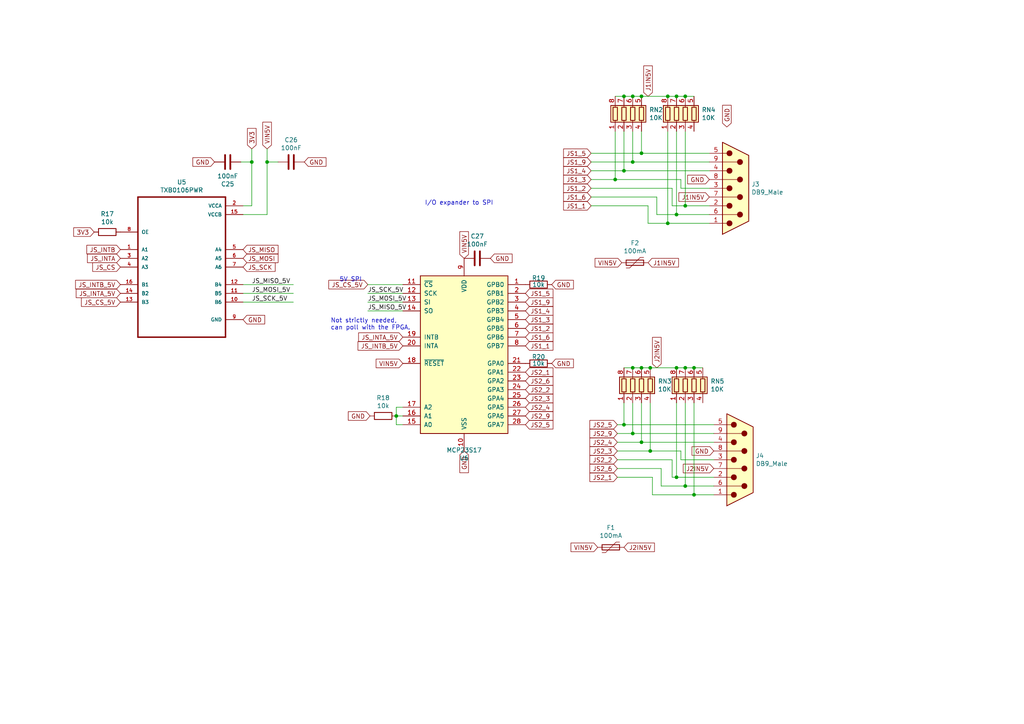
<source format=kicad_sch>
(kicad_sch (version 20211123) (generator eeschema)
  (paper "A4")
  (title_block (rev "0.1") (company "deFEEST"))
  (lib_symbols
    (symbol "Connector:DB9_Male" (pin_names (offset 1.016) hide)
      (property "Reference" "J" (at 0 13.97 0))
      (property "Value" "DB9_Male" (at 0 -14.605 0))
      (symbol "DB9_Male_0_1"
        (circle (center -1.778 -10.16) (radius 0.762) (fill (type outline)))
        (circle (center -1.778 -5.08) (radius 0.762) (fill (type outline)))
        (circle (center -1.778 0) (radius 0.762) (fill (type outline)))
        (circle (center -1.778 5.08) (radius 0.762) (fill (type outline)))
        (circle (center -1.778 10.16) (radius 0.762) (fill (type outline)))
        (polyline (pts (xy -3.81 -10.16) (xy -2.54 -10.16)))
        (polyline (pts (xy -3.81 -7.62) (xy 0.508 -7.62)))
        (polyline (pts (xy -3.81 -5.08) (xy -2.54 -5.08)))
        (polyline (pts (xy -3.81 -2.54) (xy 0.508 -2.54)))
        (polyline (pts (xy -3.81 0) (xy -2.54 0)))
        (polyline (pts (xy -3.81 2.54) (xy 0.508 2.54)))
        (polyline (pts (xy -3.81 5.08) (xy -2.54 5.08)))
        (polyline (pts (xy -3.81 7.62) (xy 0.508 7.62)))
        (polyline (pts (xy -3.81 10.16) (xy -2.54 10.16)))
        (polyline (pts (xy -3.81 -13.335) (xy -3.81 13.335) (xy 3.81 9.525) (xy 3.81 -9.525) (xy -3.81 -13.335)) (stroke (width 0.254)) (fill (type background)))
        (circle (center 1.27 -7.62) (radius 0.762) (fill (type outline)))
        (circle (center 1.27 -2.54) (radius 0.762) (fill (type outline)))
        (circle (center 1.27 2.54) (radius 0.762) (fill (type outline)))
        (circle (center 1.27 7.62) (radius 0.762) (fill (type outline)))
      )
      (symbol "DB9_Male_1_1"
        (pin passive line (at -7.62 -10.16 0) (length 3.81) (name "1") (number "1"))
        (pin passive line (at -7.62 -5.08 0) (length 3.81) (name "2") (number "2"))
        (pin passive line (at -7.62 0 0) (length 3.81) (name "3") (number "3"))
        (pin passive line (at -7.62 5.08 0) (length 3.81) (name "4") (number "4"))
        (pin passive line (at -7.62 10.16 0) (length 3.81) (name "5") (number "5"))
        (pin passive line (at -7.62 -7.62 0) (length 3.81) (name "6") (number "6"))
        (pin passive line (at -7.62 -2.54 0) (length 3.81) (name "7") (number "7"))
        (pin passive line (at -7.62 2.54 0) (length 3.81) (name "8") (number "8"))
        (pin passive line (at -7.62 7.62 0) (length 3.81) (name "9") (number "9"))
      )
    )
    (symbol "Device:C" (pin_numbers hide) (pin_names (offset 0.254))
      (property "Reference" "C" (at 0.635 2.54 0))
      (property "Value" "C" (at 0.635 -2.54 0))
      (symbol "C_0_1"
        (polyline (pts (xy -2.032 -0.762) (xy 2.032 -0.762)) (stroke (width 0.508)))
        (polyline (pts (xy -2.032 0.762) (xy 2.032 0.762)) (stroke (width 0.508)))
      )
      (symbol "C_1_1"
        (pin passive line (at 0 3.81 270) (length 2.794) (name "~") (number "1"))
        (pin passive line (at 0 -3.81 90) (length 2.794) (name "~") (number "2"))
      )
    )
    (symbol "Device:Polyfuse" (pin_numbers hide) (pin_names (offset 0))
      (property "Reference" "F" (at -2.54 0 90))
      (property "Value" "Polyfuse" (at 2.54 0 90))
      (symbol "Polyfuse_0_1"
        (rectangle (start -0.762 2.54) (end 0.762 -2.54) (stroke (width 0.254)))
        (polyline (pts (xy 0 2.54) (xy 0 -2.54)))
        (polyline (pts (xy -1.524 2.54) (xy -1.524 1.524) (xy 1.524 -1.524) (xy 1.524 -2.54)))
      )
      (symbol "Polyfuse_1_1"
        (pin passive line (at 0 3.81 270) (length 1.27) (name "~") (number "1"))
        (pin passive line (at 0 -3.81 90) (length 1.27) (name "~") (number "2"))
      )
    )
    (symbol "Device:R" (pin_numbers hide) (pin_names (offset 0))
      (property "Reference" "R" (at 2.032 0 90))
      (property "Value" "R" (at 0 0 90))
      (symbol "R_0_1"
        (rectangle (start -1.016 -2.54) (end 1.016 2.54) (stroke (width 0.254)))
      )
      (symbol "R_1_1"
        (pin passive line (at 0 3.81 270) (length 1.27) (name "~") (number "1"))
        (pin passive line (at 0 -3.81 90) (length 1.27) (name "~") (number "2"))
      )
    )
    (symbol "Device:R_Pack04" (pin_names (offset 0) hide)
      (property "Reference" "RN" (at -7.62 0 90))
      (property "Value" "R_Pack04" (at 5.08 0 90))
      (symbol "R_Pack04_0_1"
        (rectangle (start -6.35 -2.413) (end 3.81 2.413) (stroke (width 0.254)) (fill (type background)))
        (rectangle (start -5.715 1.905) (end -4.445 -1.905) (stroke (width 0.254)))
        (rectangle (start -3.175 1.905) (end -1.905 -1.905) (stroke (width 0.254)))
        (rectangle (start -0.635 1.905) (end 0.635 -1.905) (stroke (width 0.254)))
        (polyline (pts (xy -5.08 -2.54) (xy -5.08 -1.905)))
        (polyline (pts (xy -5.08 1.905) (xy -5.08 2.54)))
        (polyline (pts (xy -2.54 -2.54) (xy -2.54 -1.905)))
        (polyline (pts (xy -2.54 1.905) (xy -2.54 2.54)))
        (polyline (pts (xy 0 -2.54) (xy 0 -1.905)))
        (polyline (pts (xy 0 1.905) (xy 0 2.54)))
        (polyline (pts (xy 2.54 -2.54) (xy 2.54 -1.905)))
        (polyline (pts (xy 2.54 1.905) (xy 2.54 2.54)))
        (rectangle (start 1.905 1.905) (end 3.175 -1.905) (stroke (width 0.254)))
      )
      (symbol "R_Pack04_1_1"
        (pin passive line (at -5.08 -5.08 90) (length 2.54) (name "R1.1") (number "1"))
        (pin passive line (at -2.54 -5.08 90) (length 2.54) (name "R2.1") (number "2"))
        (pin passive line (at 0 -5.08 90) (length 2.54) (name "R3.1") (number "3"))
        (pin passive line (at 2.54 -5.08 90) (length 2.54) (name "R4.1") (number "4"))
        (pin passive line (at 2.54 5.08 270) (length 2.54) (name "R4.2") (number "5"))
        (pin passive line (at 0 5.08 270) (length 2.54) (name "R3.2") (number "6"))
        (pin passive line (at -2.54 5.08 270) (length 2.54) (name "R2.2") (number "7"))
        (pin passive line (at -5.08 5.08 270) (length 2.54) (name "R1.2") (number "8"))
      )
    )
    (symbol "Interface_Expansion:MCP23S17_SO" (pin_names (offset 1.016))
      (property "Reference" "U" (at -11.43 24.13 0))
      (property "Value" "MCP23S17_SO" (at 0 0 0))
      (symbol "MCP23S17_SO_0_1"
        (rectangle (start -12.7 22.86) (end 12.7 -22.86) (stroke (width 0.254)) (fill (type background)))
      )
      (symbol "MCP23S17_SO_1_1"
        (pin bidirectional line (at 17.78 20.32 180) (length 5.08) (name "GPB0") (number "1"))
        (pin power_in line (at 0 -27.94 90) (length 5.08) (name "VSS") (number "10"))
        (pin input line (at -17.78 20.32 0) (length 5.08) (name "~{CS}") (number "11"))
        (pin input line (at -17.78 17.78 0) (length 5.08) (name "SCK") (number "12"))
        (pin input line (at -17.78 15.24 0) (length 5.08) (name "SI") (number "13"))
        (pin output line (at -17.78 12.7 0) (length 5.08) (name "SO") (number "14"))
        (pin input line (at -17.78 -20.32 0) (length 5.08) (name "A0") (number "15"))
        (pin input line (at -17.78 -17.78 0) (length 5.08) (name "A1") (number "16"))
        (pin input line (at -17.78 -15.24 0) (length 5.08) (name "A2") (number "17"))
        (pin input line (at -17.78 -2.54 0) (length 5.08) (name "~{RESET}") (number "18"))
        (pin tri_state line (at -17.78 5.08 0) (length 5.08) (name "INTB") (number "19"))
        (pin bidirectional line (at 17.78 17.78 180) (length 5.08) (name "GPB1") (number "2"))
        (pin tri_state line (at -17.78 2.54 0) (length 5.08) (name "INTA") (number "20"))
        (pin bidirectional line (at 17.78 -2.54 180) (length 5.08) (name "GPA0") (number "21"))
        (pin bidirectional line (at 17.78 -5.08 180) (length 5.08) (name "GPA1") (number "22"))
        (pin bidirectional line (at 17.78 -7.62 180) (length 5.08) (name "GPA2") (number "23"))
        (pin bidirectional line (at 17.78 -10.16 180) (length 5.08) (name "GPA3") (number "24"))
        (pin bidirectional line (at 17.78 -12.7 180) (length 5.08) (name "GPA4") (number "25"))
        (pin bidirectional line (at 17.78 -15.24 180) (length 5.08) (name "GPA5") (number "26"))
        (pin bidirectional line (at 17.78 -17.78 180) (length 5.08) (name "GPA6") (number "27"))
        (pin bidirectional line (at 17.78 -20.32 180) (length 5.08) (name "GPA7") (number "28"))
        (pin bidirectional line (at 17.78 15.24 180) (length 5.08) (name "GPB2") (number "3"))
        (pin bidirectional line (at 17.78 12.7 180) (length 5.08) (name "GPB3") (number "4"))
        (pin bidirectional line (at 17.78 10.16 180) (length 5.08) (name "GPB4") (number "5"))
        (pin bidirectional line (at 17.78 7.62 180) (length 5.08) (name "GPB5") (number "6"))
        (pin bidirectional line (at 17.78 5.08 180) (length 5.08) (name "GPB6") (number "7"))
        (pin bidirectional line (at 17.78 2.54 180) (length 5.08) (name "GPB7") (number "8"))
        (pin power_in line (at 0 27.94 270) (length 5.08) (name "VDD") (number "9"))
      )
    )
    (symbol "TXB0106PWR:TXB0106PWR" (pin_names (offset 1.016))
      (property "Reference" "U" (at -12.7 21.3106 0))
      (property "Value" "TXB0106PWR" (at -12.7 -24.3078 0))
      (symbol "TXB0106PWR_0_0"
        (polyline (pts (xy -12.7 -20.32) (xy -12.7 20.32)) (stroke (width 0.4064)))
        (polyline (pts (xy -12.7 20.32) (xy 12.7 20.32)) (stroke (width 0.4064)))
        (polyline (pts (xy 12.7 -20.32) (xy -12.7 -20.32)) (stroke (width 0.4064)))
        (polyline (pts (xy 12.7 20.32) (xy 12.7 -20.32)) (stroke (width 0.4064)))
        (pin bidirectional line (at -17.78 5.08 0) (length 5.08) (name "A1") (number "1"))
        (pin bidirectional line (at 17.78 -10.16 180) (length 5.08) (name "B6") (number "10"))
        (pin bidirectional line (at 17.78 -7.62 180) (length 5.08) (name "B5") (number "11"))
        (pin bidirectional line (at 17.78 -5.08 180) (length 5.08) (name "B4") (number "12"))
        (pin bidirectional line (at -17.78 -10.16 0) (length 5.08) (name "B3") (number "13"))
        (pin bidirectional line (at -17.78 -7.62 0) (length 5.08) (name "B2") (number "14"))
        (pin power_in line (at 17.78 15.24 180) (length 5.08) (name "VCCB") (number "15"))
        (pin bidirectional line (at -17.78 -5.08 0) (length 5.08) (name "B1") (number "16"))
        (pin power_in line (at 17.78 17.78 180) (length 5.08) (name "VCCA") (number "2"))
        (pin bidirectional line (at -17.78 2.54 0) (length 5.08) (name "A2") (number "3"))
        (pin bidirectional line (at -17.78 0 0) (length 5.08) (name "A3") (number "4"))
        (pin bidirectional line (at 17.78 5.08 180) (length 5.08) (name "A4") (number "5"))
        (pin bidirectional line (at 17.78 2.54 180) (length 5.08) (name "A5") (number "6"))
        (pin bidirectional line (at 17.78 0 180) (length 5.08) (name "A6") (number "7"))
        (pin input line (at -17.78 10.16 0) (length 5.08) (name "OE") (number "8"))
        (pin power_in line (at 17.78 -15.24 180) (length 5.08) (name "GND") (number "9"))
      )
    )
  )
  (junction (at 193.675 64.77))
  (junction (at 201.295 143.51))
  (junction (at 196.215 106.68))
  (junction (at 201.295 106.68))
  (junction (at 180.975 123.19))
  (junction (at 186.055 128.27))
  (junction (at 193.675 27.94))
  (junction (at 198.755 59.69))
  (junction (at 183.515 125.73))
  (junction (at 188.595 106.68))
  (junction (at 196.215 138.43))
  (junction (at 180.975 49.53))
  (junction (at 180.975 27.94))
  (junction (at 73.025 46.99))
  (junction (at 186.055 44.45))
  (junction (at 198.755 140.97))
  (junction (at 186.055 106.68))
  (junction (at 196.215 62.23))
  (junction (at 198.755 106.68))
  (junction (at 196.215 27.94))
  (junction (at 183.515 46.99))
  (junction (at 77.47 46.99))
  (junction (at 183.515 106.68))
  (junction (at 198.755 27.94))
  (junction (at 186.055 27.94))
  (junction (at 178.435 52.07))
  (junction (at 183.515 27.94))
  (junction (at 188.595 130.81))
  (junction (at 114.935 120.65))
  (wire (pts (xy 191.77 140.97) (xy 198.755 140.97)))
  (wire (pts (xy 188.595 130.81) (xy 197.485 130.81)))
  (wire (pts (xy 186.055 106.68) (xy 188.595 106.68)))
  (wire (pts (xy 171.45 59.69) (xy 187.96 59.69)))
  (wire (pts (xy 73.025 46.99) (xy 73.025 43.18)))
  (wire (pts (xy 179.07 138.43) (xy 189.23 138.43)))
  (wire (pts (xy 197.485 133.35) (xy 207.01 133.35)))
  (wire (pts (xy 189.23 138.43) (xy 189.23 143.51)))
  (wire (pts (xy 70.485 82.55) (xy 85.09 82.55)))
  (wire (pts (xy 193.675 27.94) (xy 196.215 27.94)))
  (wire (pts (xy 190.5 62.23) (xy 196.215 62.23)))
  (wire (pts (xy 194.945 54.61) (xy 194.945 59.69)))
  (wire (pts (xy 80.645 46.99) (xy 77.47 46.99)))
  (wire (pts (xy 186.055 27.94) (xy 193.675 27.94)))
  (wire (pts (xy 193.675 38.1) (xy 193.675 64.77)))
  (wire (pts (xy 106.68 82.55) (xy 116.84 82.55)))
  (wire (pts (xy 198.755 106.68) (xy 201.295 106.68)))
  (wire (pts (xy 171.45 49.53) (xy 180.975 49.53)))
  (wire (pts (xy 116.84 123.19) (xy 114.935 123.19)))
  (wire (pts (xy 201.295 116.84) (xy 201.295 143.51)))
  (wire (pts (xy 70.485 87.63) (xy 85.09 87.63)))
  (wire (pts (xy 180.975 116.84) (xy 180.975 123.19)))
  (wire (pts (xy 179.07 133.35) (xy 194.945 133.35)))
  (wire (pts (xy 114.935 118.11) (xy 116.84 118.11)))
  (wire (pts (xy 69.85 46.99) (xy 73.025 46.99)))
  (wire (pts (xy 188.595 116.84) (xy 188.595 130.81)))
  (wire (pts (xy 183.515 106.68) (xy 186.055 106.68)))
  (wire (pts (xy 197.485 52.07) (xy 197.485 54.61)))
  (wire (pts (xy 197.485 54.61) (xy 205.74 54.61)))
  (wire (pts (xy 70.485 59.69) (xy 73.025 59.69)))
  (wire (pts (xy 178.435 27.94) (xy 180.975 27.94)))
  (wire (pts (xy 197.485 130.81) (xy 197.485 133.35)))
  (wire (pts (xy 186.055 44.45) (xy 205.74 44.45)))
  (wire (pts (xy 70.485 62.23) (xy 77.47 62.23)))
  (wire (pts (xy 194.945 138.43) (xy 196.215 138.43)))
  (wire (pts (xy 189.23 143.51) (xy 201.295 143.51)))
  (wire (pts (xy 179.07 123.19) (xy 180.975 123.19)))
  (wire (pts (xy 116.84 85.09) (xy 106.68 85.09)))
  (wire (pts (xy 186.055 128.27) (xy 207.01 128.27)))
  (wire (pts (xy 198.755 116.84) (xy 198.755 140.97)))
  (wire (pts (xy 180.975 49.53) (xy 205.74 49.53)))
  (wire (pts (xy 196.215 27.94) (xy 198.755 27.94)))
  (wire (pts (xy 183.515 46.99) (xy 205.74 46.99)))
  (wire (pts (xy 179.07 128.27) (xy 186.055 128.27)))
  (wire (pts (xy 198.755 38.1) (xy 198.755 59.69)))
  (wire (pts (xy 186.055 38.1) (xy 186.055 44.45)))
  (wire (pts (xy 77.47 46.99) (xy 77.47 43.18)))
  (wire (pts (xy 171.45 57.15) (xy 190.5 57.15)))
  (wire (pts (xy 116.84 120.65) (xy 114.935 120.65)))
  (wire (pts (xy 171.45 44.45) (xy 186.055 44.45)))
  (wire (pts (xy 198.755 27.94) (xy 201.295 27.94)))
  (wire (pts (xy 188.595 106.68) (xy 196.215 106.68)))
  (wire (pts (xy 186.055 116.84) (xy 186.055 128.27)))
  (wire (pts (xy 183.515 27.94) (xy 186.055 27.94)))
  (wire (pts (xy 114.935 120.65) (xy 114.935 118.11)))
  (wire (pts (xy 179.07 130.81) (xy 188.595 130.81)))
  (wire (pts (xy 179.07 125.73) (xy 183.515 125.73)))
  (wire (pts (xy 178.435 38.1) (xy 178.435 52.07)))
  (wire (pts (xy 196.215 62.23) (xy 205.74 62.23)))
  (wire (pts (xy 171.45 52.07) (xy 178.435 52.07)))
  (wire (pts (xy 201.295 143.51) (xy 207.01 143.51)))
  (wire (pts (xy 198.755 140.97) (xy 207.01 140.97)))
  (wire (pts (xy 116.84 87.63) (xy 106.68 87.63)))
  (wire (pts (xy 193.675 64.77) (xy 205.74 64.77)))
  (wire (pts (xy 180.975 38.1) (xy 180.975 49.53)))
  (wire (pts (xy 194.945 133.35) (xy 194.945 138.43)))
  (wire (pts (xy 194.945 59.69) (xy 198.755 59.69)))
  (wire (pts (xy 180.975 123.19) (xy 207.01 123.19)))
  (wire (pts (xy 196.215 106.68) (xy 198.755 106.68)))
  (wire (pts (xy 198.755 59.69) (xy 205.74 59.69)))
  (wire (pts (xy 180.975 106.68) (xy 183.515 106.68)))
  (wire (pts (xy 190.5 57.15) (xy 190.5 62.23)))
  (wire (pts (xy 196.215 116.84) (xy 196.215 138.43)))
  (wire (pts (xy 183.515 38.1) (xy 183.515 46.99)))
  (wire (pts (xy 171.45 54.61) (xy 194.945 54.61)))
  (wire (pts (xy 196.215 138.43) (xy 207.01 138.43)))
  (wire (pts (xy 191.77 135.89) (xy 191.77 140.97)))
  (wire (pts (xy 114.935 123.19) (xy 114.935 120.65)))
  (wire (pts (xy 77.47 62.23) (xy 77.47 46.99)))
  (wire (pts (xy 171.45 46.99) (xy 183.515 46.99)))
  (wire (pts (xy 201.295 106.68) (xy 203.835 106.68)))
  (wire (pts (xy 183.515 125.73) (xy 207.01 125.73)))
  (wire (pts (xy 179.07 135.89) (xy 191.77 135.89)))
  (wire (pts (xy 187.96 59.69) (xy 187.96 64.77)))
  (wire (pts (xy 70.485 85.09) (xy 85.09 85.09)))
  (wire (pts (xy 196.215 38.1) (xy 196.215 62.23)))
  (wire (pts (xy 73.025 59.69) (xy 73.025 46.99)))
  (wire (pts (xy 116.84 90.17) (xy 106.68 90.17)))
  (wire (pts (xy 178.435 52.07) (xy 197.485 52.07)))
  (wire (pts (xy 183.515 116.84) (xy 183.515 125.73)))
  (wire (pts (xy 187.96 64.77) (xy 193.675 64.77)))
  (wire (pts (xy 180.975 27.94) (xy 183.515 27.94)))
  (text "Not strictly needed, \ncan poll with the FPGA." (at 95.885 95.885 0) (effects (font (size 1.27 1.27)) (justify left bottom)))
  (text "I/O expander to SPI" (at 123.19 59.69 0) (effects (font (size 1.27 1.27)) (justify left bottom)))
  (text "5V SPI\n" (at 98.425 81.915 0) (effects (font (size 1.27 1.27)) (justify left bottom)))
  (label "JS_MISO_5V" (at 73.025 82.55 0))
  (label "JS_SCK_5V" (at 106.68 85.09 0))
  (label "JS_MOSI_5V" (at 73.025 85.09 0))
  (label "JS_MISO_5V" (at 106.68 90.17 0))
  (label "JS_MOSI_5V" (at 106.68 87.63 0))
  (label "JS_SCK_5V" (at 73.025 87.63 0))
  (global_label "JS_INTB_5V" (shape input) (at 116.84 100.33 180) (property "Intersheet References" "${INTERSHEET_REFS}" (effects hide)))
  (global_label "JS2_5" (shape input) (at 179.07 123.19 180) (property "Intersheet References" "${INTERSHEET_REFS}" (effects hide)))
  (global_label "JS_CS" (shape input) (at 34.925 77.47 180) (property "Intersheet References" "${INTERSHEET_REFS}" (effects hide)))
  (global_label "JS2_6" (shape input) (at 179.07 135.89 180) (property "Intersheet References" "${INTERSHEET_REFS}" (effects hide)))
  (global_label "3V3" (shape input) (at 27.305 67.31 180) (property "Intersheet References" "${INTERSHEET_REFS}" (effects hide)))
  (global_label "VIN5V" (shape input) (at 134.62 74.93 90) (property "Intersheet References" "${INTERSHEET_REFS}" (effects hide)))
  (global_label "GND" (shape input) (at 62.23 46.99 180) (property "Intersheet References" "${INTERSHEET_REFS}" (effects hide)))
  (global_label "J1IN5V" (shape input) (at 205.74 57.15 180) (property "Intersheet References" "${INTERSHEET_REFS}" (effects hide)))
  (global_label "J1IN5V" (shape input) (at 187.96 27.94 90) (property "Intersheet References" "${INTERSHEET_REFS}" (effects hide)))
  (global_label "VIN5V" (shape input) (at 180.34 76.2 180) (property "Intersheet References" "${INTERSHEET_REFS}" (effects hide)))
  (global_label "JS_MOSI" (shape input) (at 70.485 74.93 0) (property "Intersheet References" "${INTERSHEET_REFS}" (effects hide)))
  (global_label "JS1_2" (shape input) (at 152.4 95.25 0) (property "Intersheet References" "${INTERSHEET_REFS}" (effects hide)))
  (global_label "GND" (shape input) (at 70.485 92.71 0) (property "Intersheet References" "${INTERSHEET_REFS}" (effects hide)))
  (global_label "JS1_3" (shape input) (at 171.45 52.07 180) (property "Intersheet References" "${INTERSHEET_REFS}" (effects hide)))
  (global_label "JS2_9" (shape input) (at 152.4 120.65 0) (property "Intersheet References" "${INTERSHEET_REFS}" (effects hide)))
  (global_label "GND" (shape input) (at 142.24 74.93 0) (property "Intersheet References" "${INTERSHEET_REFS}" (effects hide)))
  (global_label "JS1_1" (shape input) (at 152.4 100.33 0) (property "Intersheet References" "${INTERSHEET_REFS}" (effects hide)))
  (global_label "JS1_2" (shape input) (at 171.45 54.61 180) (property "Intersheet References" "${INTERSHEET_REFS}" (effects hide)))
  (global_label "GND" (shape input) (at 160.02 82.55 0) (property "Intersheet References" "${INTERSHEET_REFS}" (effects hide)))
  (global_label "JS1_5" (shape input) (at 152.4 85.09 0) (property "Intersheet References" "${INTERSHEET_REFS}" (effects hide)))
  (global_label "GND" (shape input) (at 107.315 120.65 180) (property "Intersheet References" "${INTERSHEET_REFS}" (effects hide)))
  (global_label "JS1_5" (shape input) (at 171.45 44.45 180) (property "Intersheet References" "${INTERSHEET_REFS}" (effects hide)))
  (global_label "JS_INTA_5V" (shape input) (at 34.925 85.09 180) (property "Intersheet References" "${INTERSHEET_REFS}" (effects hide)))
  (global_label "GND" (shape input) (at 205.74 52.07 180) (property "Intersheet References" "${INTERSHEET_REFS}" (effects hide)))
  (global_label "JS1_6" (shape input) (at 171.45 57.15 180) (property "Intersheet References" "${INTERSHEET_REFS}" (effects hide)))
  (global_label "JS2_1" (shape input) (at 179.07 138.43 180) (property "Intersheet References" "${INTERSHEET_REFS}" (effects hide)))
  (global_label "J2IN5V" (shape input) (at 180.975 158.75 0) (property "Intersheet References" "${INTERSHEET_REFS}" (effects hide)))
  (global_label "3V3" (shape input) (at 73.025 43.18 90) (property "Intersheet References" "${INTERSHEET_REFS}" (effects hide)))
  (global_label "JS2_4" (shape input) (at 152.4 118.11 0) (property "Intersheet References" "${INTERSHEET_REFS}" (effects hide)))
  (global_label "JS1_9" (shape input) (at 152.4 87.63 0) (property "Intersheet References" "${INTERSHEET_REFS}" (effects hide)))
  (global_label "JS_CS_5V" (shape input) (at 106.68 82.55 180) (property "Intersheet References" "${INTERSHEET_REFS}" (effects hide)))
  (global_label "JS2_3" (shape input) (at 179.07 130.81 180) (property "Intersheet References" "${INTERSHEET_REFS}" (effects hide)))
  (global_label "JS_CS_5V" (shape input) (at 34.925 87.63 180) (property "Intersheet References" "${INTERSHEET_REFS}" (effects hide)))
  (global_label "JS1_6" (shape input) (at 152.4 97.79 0) (property "Intersheet References" "${INTERSHEET_REFS}" (effects hide)))
  (global_label "JS2_2" (shape input) (at 179.07 133.35 180) (property "Intersheet References" "${INTERSHEET_REFS}" (effects hide)))
  (global_label "JS2_2" (shape input) (at 152.4 113.03 0) (property "Intersheet References" "${INTERSHEET_REFS}" (effects hide)))
  (global_label "J2IN5V" (shape input) (at 190.5 106.68 90) (property "Intersheet References" "${INTERSHEET_REFS}" (effects hide)))
  (global_label "VIN5V" (shape input) (at 77.47 43.18 90) (property "Intersheet References" "${INTERSHEET_REFS}" (effects hide)))
  (global_label "JS2_3" (shape input) (at 152.4 115.57 0) (property "Intersheet References" "${INTERSHEET_REFS}" (effects hide)))
  (global_label "GND" (shape input) (at 207.01 130.81 180) (property "Intersheet References" "${INTERSHEET_REFS}" (effects hide)))
  (global_label "JS1_4" (shape input) (at 171.45 49.53 180) (property "Intersheet References" "${INTERSHEET_REFS}" (effects hide)))
  (global_label "JS_INTA" (shape input) (at 34.925 74.93 180) (property "Intersheet References" "${INTERSHEET_REFS}" (effects hide)))
  (global_label "JS2_9" (shape input) (at 179.07 125.73 180) (property "Intersheet References" "${INTERSHEET_REFS}" (effects hide)))
  (global_label "VIN5V" (shape input) (at 173.355 158.75 180) (property "Intersheet References" "${INTERSHEET_REFS}" (effects hide)))
  (global_label "JS1_9" (shape input) (at 171.45 46.99 180) (property "Intersheet References" "${INTERSHEET_REFS}" (effects hide)))
  (global_label "JS2_1" (shape input) (at 152.4 107.95 0) (property "Intersheet References" "${INTERSHEET_REFS}" (effects hide)))
  (global_label "JS1_1" (shape input) (at 171.45 59.69 180) (property "Intersheet References" "${INTERSHEET_REFS}" (effects hide)))
  (global_label "GND" (shape input) (at 210.82 36.83 90) (property "Intersheet References" "${INTERSHEET_REFS}" (effects hide)))
  (global_label "JS2_4" (shape input) (at 179.07 128.27 180) (property "Intersheet References" "${INTERSHEET_REFS}" (effects hide)))
  (global_label "JS_SCK" (shape input) (at 70.485 77.47 0) (property "Intersheet References" "${INTERSHEET_REFS}" (effects hide)))
  (global_label "GND" (shape input) (at 88.265 46.99 0) (property "Intersheet References" "${INTERSHEET_REFS}" (effects hide)))
  (global_label "GND" (shape input) (at 160.02 105.41 0) (property "Intersheet References" "${INTERSHEET_REFS}" (effects hide)))
  (global_label "JS1_3" (shape input) (at 152.4 92.71 0) (property "Intersheet References" "${INTERSHEET_REFS}" (effects hide)))
  (global_label "J2IN5V" (shape input) (at 207.01 135.89 180) (property "Intersheet References" "${INTERSHEET_REFS}" (effects hide)))
  (global_label "JS2_5" (shape input) (at 152.4 123.19 0) (property "Intersheet References" "${INTERSHEET_REFS}" (effects hide)))
  (global_label "GND" (shape input) (at 134.62 130.81 270) (property "Intersheet References" "${INTERSHEET_REFS}" (effects hide)))
  (global_label "JS2_6" (shape input) (at 152.4 110.49 0) (property "Intersheet References" "${INTERSHEET_REFS}" (effects hide)))
  (global_label "VIN5V" (shape input) (at 116.84 105.41 180) (property "Intersheet References" "${INTERSHEET_REFS}" (effects hide)))
  (global_label "JS_MISO" (shape input) (at 70.485 72.39 0) (property "Intersheet References" "${INTERSHEET_REFS}" (effects hide)))
  (global_label "JS_INTA_5V" (shape input) (at 116.84 97.79 180) (property "Intersheet References" "${INTERSHEET_REFS}" (effects hide)))
  (global_label "J1IN5V" (shape input) (at 187.96 76.2 0) (property "Intersheet References" "${INTERSHEET_REFS}" (effects hide)))
  (global_label "JS_INTB_5V" (shape input) (at 34.925 82.55 180) (property "Intersheet References" "${INTERSHEET_REFS}" (effects hide)))
  (global_label "JS1_4" (shape input) (at 152.4 90.17 0) (property "Intersheet References" "${INTERSHEET_REFS}" (effects hide)))
  (global_label "JS_INTB" (shape input) (at 34.925 72.39 180) (property "Intersheet References" "${INTERSHEET_REFS}" (effects hide)))
  (symbol (lib_id "Connector:DB9_Male") (at 213.36 54.61 0) (unit 1)
    (property "Reference" "J3" (at 217.932 53.4416 0) (effects (justify left)))
    (property "Value" "DB9_Male" (at 217.932 55.753 0) (effects (justify left)))
    (property "Footprint" "Connector_Dsub:DSUB-9_Male_Horizontal_P2.77x2.84mm_EdgePinOffset7.70mm_Housed_MountingHolesOffset9.12mm" (effects hide))
    (property "Datasheet" " ~" (effects hide))
  )
  (symbol (lib_id "Connector:DB9_Male") (at 214.63 133.35 0) (unit 1)
    (property "Reference" "J4" (at 219.202 132.1816 0) (effects (justify left)))
    (property "Value" "DB9_Male" (at 219.202 134.493 0) (effects (justify left)))
    (property "Footprint" "Connector_Dsub:DSUB-9_Male_Horizontal_P2.77x2.84mm_EdgePinOffset7.70mm_Housed_MountingHolesOffset9.12mm" (effects hide))
    (property "Datasheet" " ~" (effects hide))
  )
  (symbol (lib_id "Device:C") (at 138.43 74.93 270) (unit 1)
    (property "Reference" "C27" (at 138.43 68.5292 90))
    (property "Value" "100nF" (at 138.43 70.8406 90))
    (property "Footprint" "Capacitor_SMD:C_0603_1608Metric" (effects hide))
  )
  (symbol (lib_id "Device:Polyfuse") (at 184.15 76.2 270) (unit 1)
    (property "Reference" "F2" (at 184.15 70.485 90))
    (property "Value" "100mA" (at 184.15 72.7964 90))
    (property "Footprint" "Fuse:Fuse_0805_2012Metric" (effects hide))
  )
  (symbol (lib_id "Device:Polyfuse") (at 177.165 158.75 270) (unit 1)
    (property "Reference" "F1" (at 177.165 153.035 90))
    (property "Value" "100mA" (at 177.165 155.3464 90))
    (property "Footprint" "Fuse:Fuse_0805_2012Metric" (effects hide))
  )
  (symbol (lib_id "Interface_Expansion:MCP23S17_SO") (at 134.62 102.87 0) (unit 1)
    (property "Reference" "U6" (at 134.62 132.8674 0))
    (property "Value" "MCP23S17" (at 134.62 130.556 0))
    (property "Footprint" "Package_SO:SSOP-28_5.3x10.2mm_P0.65mm" (effects hide))
    (property "Datasheet" "http://ww1.microchip.com/downloads/en/DeviceDoc/20001952C.pdf" (effects hide))
  )
  (symbol (lib_id "Device:R") (at 31.115 67.31 270) (unit 1)
    (property "Reference" "R17" (at 31.115 62.0522 90))
    (property "Value" "10k" (at 31.115 64.3636 90))
    (property "Footprint" "Resistor_SMD:R_0603_1608Metric" (effects hide))
  )
  (symbol (lib_id "TXB0106PWR:TXB0106PWR") (at 52.705 77.47 0) (unit 1)
    (property "Reference" "U5" (at 52.705 52.832 0))
    (property "Value" "TXB0106PWR" (at 52.705 55.1434 0))
    (property "Footprint" "Package_SO:TSSOP-16_4.4x5mm_P0.65mm" (effects hide))
  )
  (symbol (lib_id "Device:C") (at 66.04 46.99 90) (unit 1)
    (property "Reference" "C25" (at 66.04 53.3908 90))
    (property "Value" "100nF" (at 66.04 51.0794 90))
    (property "Footprint" "Capacitor_SMD:C_0603_1608Metric" (effects hide))
  )
  (symbol (lib_id "Device:C") (at 84.455 46.99 270) (unit 1)
    (property "Reference" "C26" (at 84.455 40.5892 90))
    (property "Value" "100nF" (at 84.455 42.9006 90))
    (property "Footprint" "Capacitor_SMD:C_0603_1608Metric" (effects hide))
  )
  (symbol (lib_id "Device:R") (at 111.125 120.65 270) (unit 1)
    (property "Reference" "R18" (at 111.125 115.3922 90))
    (property "Value" "10k" (at 111.125 117.7036 90))
    (property "Footprint" "Resistor_SMD:R_0603_1608Metric" (effects hide))
  )
  (symbol (lib_id "Device:R_Pack04") (at 183.515 33.02 0) (unit 1)
    (property "Reference" "RN2" (at 188.2902 31.8516 0) (effects (justify left)))
    (property "Value" "10K" (at 188.2902 34.163 0) (effects (justify left)))
    (property "Footprint" "Resistor_SMD:R_Array_Convex_4x0603" (effects hide))
  )
  (symbol (lib_id "Device:R_Pack04") (at 198.755 33.02 0) (unit 1)
    (property "Reference" "RN4" (at 203.5302 31.8516 0) (effects (justify left)))
    (property "Value" "10K" (at 203.5302 34.163 0) (effects (justify left)))
    (property "Footprint" "Resistor_SMD:R_Array_Convex_4x0603" (effects hide))
  )
  (symbol (lib_id "Device:R_Pack04") (at 186.055 111.76 0) (unit 1)
    (property "Reference" "RN3" (at 190.8302 110.5916 0) (effects (justify left)))
    (property "Value" "10K" (at 190.8302 112.903 0) (effects (justify left)))
    (property "Footprint" "Resistor_SMD:R_Array_Convex_4x0603" (effects hide))
  )
  (symbol (lib_id "Device:R_Pack04") (at 201.295 111.76 0) (unit 1)
    (property "Reference" "RN5" (at 206.0702 110.5916 0) (effects (justify left)))
    (property "Value" "10K" (at 206.0702 112.903 0) (effects (justify left)))
    (property "Footprint" "Resistor_SMD:R_Array_Convex_4x0603" (effects hide))
  )
  (symbol (lib_id "Device:R") (at 156.21 105.41 90) (unit 1)
    (property "Reference" "R20" (at 156.21 103.505 90))
    (property "Value" "10k" (at 156.21 105.41 90))
    (property "Footprint" "Resistor_SMD:R_0603_1608Metric" (effects hide))
  )
  (symbol (lib_id "Device:R") (at 156.21 82.55 90) (unit 1)
    (property "Reference" "R19" (at 156.21 80.645 90))
    (property "Value" "10k" (at 156.21 82.55 90))
    (property "Footprint" "Resistor_SMD:R_0603_1608Metric" (effects hide))
  )
)
</source>
